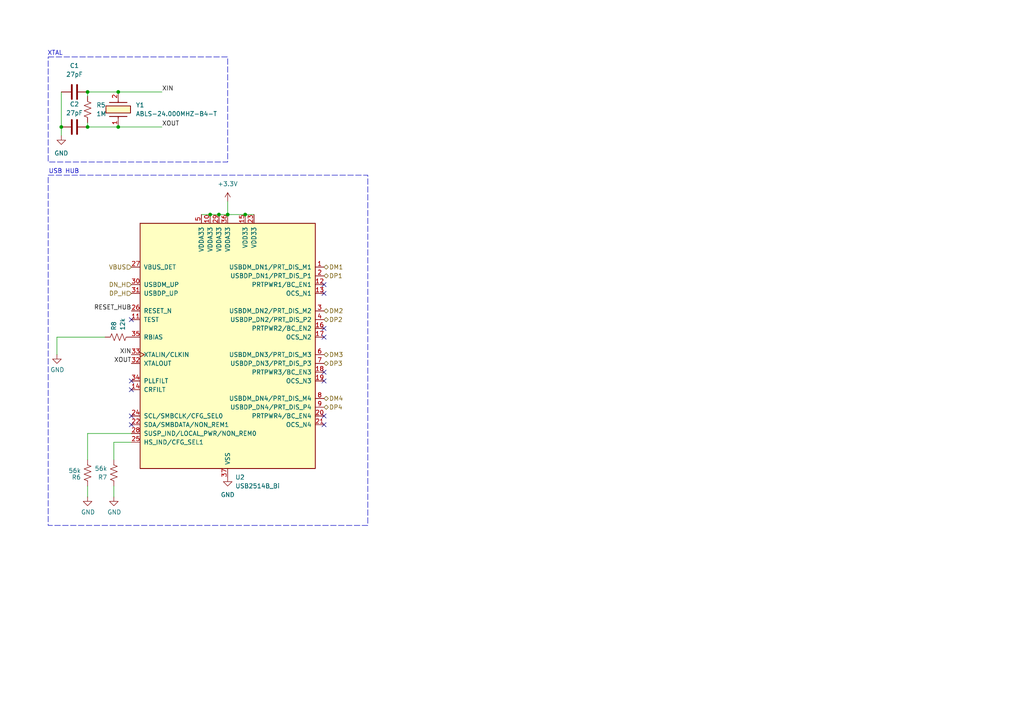
<source format=kicad_sch>
(kicad_sch (version 20231120) (generator "eeschema") (generator_version "8.0")
  (paper "A4")
  (lib_symbols
    (symbol "Device:C" (pin_numbers hide) (pin_names (offset 0.254))
      (property "Reference" "C" (at 0.635 2.54 0))
      (property "Value" "C" (at 0.635 -2.54 0))
      (symbol "C_0_1"
        (polyline (pts (xy -2.032 -0.762) (xy 2.032 -0.762)) (stroke (width 0.508)))
        (polyline (pts (xy -2.032 0.762) (xy 2.032 0.762)) (stroke (width 0.508)))
      )
      (symbol "C_1_1"
        (pin passive line (at 0 3.81 270) (length 2.794) (name "~") (number "1"))
        (pin passive line (at 0 -3.81 90) (length 2.794) (name "~") (number "2"))
      )
    )
    (symbol "Device:R_US" (pin_numbers hide) (pin_names (offset 0))
      (property "Reference" "R" (at 2.54 0 90))
      (property "Value" "R_US" (at -2.54 0 90))
      (symbol "R_US_0_1"
        (polyline (pts (xy 0 -2.286) (xy 0 -2.54)))
        (polyline (pts (xy 0 2.286) (xy 0 2.54)))
        (polyline (pts (xy 0 -0.762) (xy 1.016 -1.143) (xy 0 -1.524) (xy -1.016 -1.905) (xy 0 -2.286)))
        (polyline (pts (xy 0 0.762) (xy 1.016 0.381) (xy 0 0) (xy -1.016 -0.381) (xy 0 -0.762)))
        (polyline (pts (xy 0 2.286) (xy 1.016 1.905) (xy 0 1.524) (xy -1.016 1.143) (xy 0 0.762)))
      )
      (symbol "R_US_1_1"
        (pin passive line (at 0 3.81 270) (length 1.27) (name "~") (number "1"))
        (pin passive line (at 0 -3.81 90) (length 1.27) (name "~") (number "2"))
      )
    )
    (symbol "Interface_USB:USB2514B_Bi" (pin_names (offset 1.016))
      (property "Reference" "U" (at -17.78 40.64 0))
      (property "Value" "USB2514B_Bi" (at -20.32 38.1 0))
      (symbol "USB2514B_Bi_0_1"
        (rectangle (start -25.4 35.56) (end 25.4 -35.56) (stroke (width 0.254)) (fill (type background)))
      )
      (symbol "USB2514B_Bi_1_1"
        (pin bidirectional line (at 27.94 22.86 180) (length 2.54) (name "USBDM_DN1/PRT_DIS_M1") (number "1"))
        (pin power_in line (at -5.08 38.1 270) (length 2.54) (name "VDDA33") (number "10"))
        (pin input line (at -27.94 7.62 0) (length 2.54) (name "TEST") (number "11"))
        (pin bidirectional line (at 27.94 17.78 180) (length 2.54) (name "PRTPWR1/BC_EN1") (number "12"))
        (pin input line (at 27.94 15.24 180) (length 2.54) (name "OCS_N1") (number "13"))
        (pin input line (at -27.94 -12.7 0) (length 2.54) (name "CRFILT") (number "14"))
        (pin power_in line (at 5.08 38.1 270) (length 2.54) (name "VDD33") (number "15"))
        (pin bidirectional line (at 27.94 5.08 180) (length 2.54) (name "PRTPWR2/BC_EN2") (number "16"))
        (pin input line (at 27.94 2.54 180) (length 2.54) (name "OCS_N2") (number "17"))
        (pin bidirectional line (at 27.94 -7.62 180) (length 2.54) (name "PRTPWR3/BC_EN3") (number "18"))
        (pin input line (at 27.94 -10.16 180) (length 2.54) (name "OCS_N3") (number "19"))
        (pin bidirectional line (at 27.94 20.32 180) (length 2.54) (name "USBDP_DN1/PRT_DIS_P1") (number "2"))
        (pin bidirectional line (at 27.94 -20.32 180) (length 2.54) (name "PRTPWR4/BC_EN4") (number "20"))
        (pin input line (at 27.94 -22.86 180) (length 2.54) (name "OCS_N4") (number "21"))
        (pin bidirectional line (at -27.94 -22.86 0) (length 2.54) (name "SDA/SMBDATA/NON_REM1") (number "22"))
        (pin power_in line (at 7.62 38.1 270) (length 2.54) (name "VDD33") (number "23"))
        (pin bidirectional line (at -27.94 -20.32 0) (length 2.54) (name "SCL/SMBCLK/CFG_SEL0") (number "24"))
        (pin bidirectional line (at -27.94 -27.94 0) (length 2.54) (name "HS_IND/CFG_SEL1") (number "25"))
        (pin input line (at -27.94 10.16 0) (length 2.54) (name "RESET_N") (number "26"))
        (pin input line (at -27.94 22.86 0) (length 2.54) (name "VBUS_DET") (number "27"))
        (pin bidirectional line (at -27.94 -25.4 0) (length 2.54) (name "SUSP_IND/LOCAL_PWR/NON_REM0") (number "28"))
        (pin power_in line (at -2.54 38.1 270) (length 2.54) (name "VDDA33") (number "29"))
        (pin bidirectional line (at 27.94 10.16 180) (length 2.54) (name "USBDM_DN2/PRT_DIS_M2") (number "3"))
        (pin bidirectional line (at -27.94 17.78 0) (length 2.54) (name "USBDM_UP") (number "30"))
        (pin bidirectional line (at -27.94 15.24 0) (length 2.54) (name "USBDP_UP") (number "31"))
        (pin output line (at -27.94 -5.08 0) (length 2.54) (name "XTALOUT") (number "32"))
        (pin input clock (at -27.94 -2.54 0) (length 2.54) (name "XTALIN/CLKIN") (number "33"))
        (pin input line (at -27.94 -10.16 0) (length 2.54) (name "PLLFILT") (number "34"))
        (pin input line (at -27.94 2.54 0) (length 2.54) (name "RBIAS") (number "35"))
        (pin power_in line (at 0 38.1 270) (length 2.54) (name "VDDA33") (number "36"))
        (pin power_in line (at 0 -38.1 90) (length 2.54) (name "VSS") (number "37"))
        (pin bidirectional line (at 27.94 7.62 180) (length 2.54) (name "USBDP_DN2/PRT_DIS_P2") (number "4"))
        (pin power_in line (at -7.62 38.1 270) (length 2.54) (name "VDDA33") (number "5"))
        (pin bidirectional line (at 27.94 -2.54 180) (length 2.54) (name "USBDM_DN3/PRT_DIS_M3") (number "6"))
        (pin bidirectional line (at 27.94 -5.08 180) (length 2.54) (name "USBDP_DN3/PRT_DIS_P3") (number "7"))
        (pin bidirectional line (at 27.94 -15.24 180) (length 2.54) (name "USBDM_DN4/PRT_DIS_M4") (number "8"))
        (pin bidirectional line (at 27.94 -17.78 180) (length 2.54) (name "USBDP_DN4/PRT_DIS_P4") (number "9"))
      )
    )
    (symbol "SamacSys_Parts:ABLS-24.000MHZ-B4-T" (pin_names hide)
      (property "Reference" "Y" (at 8.89 6.35 0))
      (property "Value" "ABLS-24.000MHZ-B4-T" (at 8.89 3.81 0))
      (symbol "ABLS-24.000MHZ-B4-T_1_1"
        (polyline (pts (xy 3.048 0) (xy 2.54 0)) (stroke (width 0.254)))
        (polyline (pts (xy 3.048 2.54) (xy 3.048 -2.54)) (stroke (width 0.254)))
        (polyline (pts (xy 7.112 0) (xy 7.62 0)) (stroke (width 0.254)))
        (polyline (pts (xy 7.112 2.54) (xy 7.112 -2.54)) (stroke (width 0.254)))
        (rectangle (start 4.064 3.556) (end 6.096 -3.556) (stroke (width 0.254)) (fill (type background)))
        (pin passive line (at 0 0 0) (length 2.54) (name "1") (number "1"))
        (pin passive line (at 10.16 0 180) (length 2.54) (name "2") (number "2"))
      )
    )
    (symbol "power:+3.3V" (power) (pin_numbers hide) (pin_names (offset 0) hide)
      (property "Value" "+3.3V" (at 0 3.556 0))
      (symbol "+3.3V_0_1"
        (polyline (pts (xy -0.762 1.27) (xy 0 2.54)))
        (polyline (pts (xy 0 0) (xy 0 2.54)))
        (polyline (pts (xy 0 2.54) (xy 0.762 1.27)))
      )
      (symbol "+3.3V_1_1"
        (pin power_in line (at 0 0 90) (length 0) (name "~") (number "1"))
      )
    )
    (symbol "power:GND" (power) (pin_numbers hide) (pin_names (offset 0) hide)
      (property "Value" "GND" (at 0 -3.81 0))
      (symbol "GND_0_1"
        (polyline (pts (xy 0 0) (xy 0 -1.27) (xy 1.27 -1.27) (xy 0 -2.54) (xy -1.27 -1.27) (xy 0 -1.27)))
      )
      (symbol "GND_1_1"
        (pin power_in line (at 0 0 270) (length 0) (name "~") (number "1"))
      )
    )
  )
  (junction (at 25.4 36.83))
  (junction (at 34.29 26.67))
  (junction (at 60.96 62.23))
  (junction (at 66.04 62.23))
  (junction (at 63.5 62.23))
  (junction (at 34.29 36.83))
  (junction (at 17.78 36.83))
  (junction (at 25.4 26.67))
  (junction (at 71.12 62.23))
  (no_connect (at 93.98 110.49))
  (no_connect (at 93.98 82.55))
  (no_connect (at 93.98 97.79))
  (no_connect (at 93.98 107.95))
  (no_connect (at 38.1 113.03))
  (no_connect (at 93.98 95.25))
  (no_connect (at 38.1 120.65))
  (no_connect (at 93.98 123.19))
  (no_connect (at 93.98 120.65))
  (no_connect (at 38.1 123.19))
  (no_connect (at 38.1 110.49))
  (no_connect (at 38.1 92.71))
  (no_connect (at 93.98 85.09))
  (wire (pts (xy 25.4 35.56) (xy 25.4 36.83)))
  (wire (pts (xy 25.4 26.67) (xy 34.29 26.67)))
  (wire (pts (xy 33.02 128.27) (xy 38.1 128.27)))
  (wire (pts (xy 30.48 97.79) (xy 16.51 97.79)))
  (wire (pts (xy 25.4 125.73) (xy 38.1 125.73)))
  (wire (pts (xy 25.4 36.83) (xy 34.29 36.83)))
  (wire (pts (xy 66.04 62.23) (xy 71.12 62.23)))
  (wire (pts (xy 25.4 133.35) (xy 25.4 125.73)))
  (wire (pts (xy 60.96 62.23) (xy 63.5 62.23)))
  (wire (pts (xy 63.5 62.23) (xy 66.04 62.23)))
  (wire (pts (xy 71.12 62.23) (xy 73.66 62.23)))
  (wire (pts (xy 25.4 140.97) (xy 25.4 144.145)))
  (wire (pts (xy 34.29 26.67) (xy 46.99 26.67)))
  (wire (pts (xy 33.02 140.97) (xy 33.02 144.145)))
  (wire (pts (xy 25.4 26.67) (xy 25.4 27.94)))
  (wire (pts (xy 66.04 58.42) (xy 66.04 62.23)))
  (wire (pts (xy 17.78 26.67) (xy 17.78 36.83)))
  (wire (pts (xy 16.51 97.79) (xy 16.51 102.87)))
  (wire (pts (xy 58.42 62.23) (xy 60.96 62.23)))
  (wire (pts (xy 17.78 36.83) (xy 17.78 39.37)))
  (wire (pts (xy 33.02 128.27) (xy 33.02 133.35)))
  (wire (pts (xy 34.29 36.83) (xy 46.99 36.83)))
  (rectangle (start 13.97 16.51) (end 66.04 46.99) (stroke (width 0) (type dash)))
  (rectangle (start 13.97 50.8) (end 106.68 152.4) (stroke (width 0) (type dash)))
  (text "XTAL" (at 16.002 15.494 0) (effects (font (size 1.27 1.27))))
  (text "USB HUB" (at 18.542 49.784 0) (effects (font (size 1.27 1.27))))
  (label "XIN" (at 46.99 26.67 0))
  (label "XOUT" (at 46.99 36.83 0))
  (label "XIN" (at 38.1 102.87 180))
  (label "XOUT" (at 38.1 105.41 180))
  (label "RESET_HUB" (at 38.1 90.17 180))
  (hierarchical_label "DM2" (shape bidirectional) (at 93.98 90.17 0))
  (hierarchical_label "DP1" (shape bidirectional) (at 93.98 80.01 0))
  (hierarchical_label "DP3" (shape bidirectional) (at 93.98 105.41 0))
  (hierarchical_label "DM4" (shape bidirectional) (at 93.98 115.57 0))
  (hierarchical_label "DM1" (shape bidirectional) (at 93.98 77.47 0))
  (hierarchical_label "DP2" (shape bidirectional) (at 93.98 92.71 0))
  (hierarchical_label "DM3" (shape bidirectional) (at 93.98 102.87 0))
  (hierarchical_label "DN_H" (shape input) (at 38.1 82.55 180))
  (hierarchical_label "VBUS" (shape input) (at 38.1 77.47 180))
  (hierarchical_label "DP4" (shape bidirectional) (at 93.98 118.11 0))
  (hierarchical_label "DP_H" (shape input) (at 38.1 85.09 180))
  (symbol (lib_id "Interface_USB:USB2514B_Bi") (at 66.04 100.33 0) (unit 1)
    (property "Reference" "U2" (at 68.2341 138.43 0) (effects (justify left)))
    (property "Value" "USB2514B_Bi" (at 68.2341 140.97 0) (effects (justify left)))
    (property "Footprint" "Package_DFN_QFN:QFN-36-1EP_6x6mm_P0.5mm_EP3.7x3.7mm" (effects (hide yes)))
    (property "Datasheet" "http://ww1.microchip.com/downloads/en/DeviceDoc/00001692C.pdf" (effects (hide yes)))
    (property "Description" "USB 2.0 Hi-Speed Hub Controller" (effects (hide yes)))
  )
  (symbol (lib_id "power:GND") (at 25.4 144.145 0) (unit 1)
    (property "Reference" "#PWR09" (effects (hide yes)))
    (property "Value" "GND" (at 25.527 148.5392 0))
  )
  (symbol (lib_id "Device:C") (at 21.59 36.83 90) (unit 1)
    (property "Reference" "C2" (at 21.59 30.226 90))
    (property "Value" "27pF" (at 21.59 32.766 90))
    (property "Description" "Unpolarized capacitor" (effects (hide yes)))
  )
  (symbol (lib_id "power:GND") (at 17.78 39.37 0) (unit 1)
    (property "Reference" "#PWR06" (effects (hide yes)))
    (property "Value" "GND" (at 17.78 44.45 0))
    (property "Description" "Power symbol creates a global label with name \"GND\" , ground" (effects (hide yes)))
  )
  (symbol (lib_id "power:GND") (at 16.51 102.87 0) (unit 1)
    (property "Reference" "#PWR05" (effects (hide yes)))
    (property "Value" "GND" (at 16.637 107.2642 0))
  )
  (symbol (lib_id "Device:C") (at 21.59 26.67 90) (unit 1)
    (property "Reference" "C1" (at 21.59 19.05 90))
    (property "Value" "27pF" (at 21.59 21.59 90))
    (property "Description" "Unpolarized capacitor" (effects (hide yes)))
  )
  (symbol (lib_id "power:GND") (at 33.02 144.145 0) (unit 1)
    (property "Reference" "#PWR010" (effects (hide yes)))
    (property "Value" "GND" (at 33.147 148.5392 0))
  )
  (symbol (lib_id "power:+3.3V") (at 66.04 58.42 0) (unit 1)
    (property "Reference" "#PWR011" (effects (hide yes)))
    (property "Value" "+3.3V" (at 66.04 53.34 0))
    (property "Description" "Power symbol creates a global label with name \"+3.3V\"" (effects (hide yes)))
  )
  (symbol (lib_id "Device:R_US") (at 34.29 97.79 90) (unit 1)
    (property "Reference" "R8" (at 33.02 95.885 0) (effects (justify left)))
    (property "Value" "12k" (at 35.56 95.885 0) (effects (justify left)))
    (property "Footprint" "Resistor_SMD:R_0805_2012Metric_Pad1.15x1.40mm_HandSolder" (effects (hide yes)))
    (property "Description" "Resistor, US symbol" (effects (hide yes)))
  )
  (symbol (lib_id "Device:R_US") (at 33.02 137.16 180) (unit 1)
    (property "Reference" "R7" (at 31.115 138.43 0) (effects (justify left)))
    (property "Value" "56k" (at 31.115 135.89 0) (effects (justify left)))
    (property "Footprint" "Resistor_SMD:R_0805_2012Metric_Pad1.15x1.40mm_HandSolder" (effects (hide yes)))
    (property "Description" "Resistor, US symbol" (effects (hide yes)))
  )
  (symbol (lib_id "power:GND") (at 66.04 138.43 0) (unit 1)
    (property "Reference" "#PWR012" (effects (hide yes)))
    (property "Value" "GND" (at 66.04 143.51 0))
    (property "Description" "Power symbol creates a global label with name \"GND\" , ground" (effects (hide yes)))
  )
  (symbol (lib_id "SamacSys_Parts:ABLS-24.000MHZ-B4-T") (at 34.29 36.83 90) (unit 1)
    (property "Reference" "Y1" (at 39.37 30.4799 90) (effects (justify right)))
    (property "Value" "ABLS-24.000MHZ-B4-T" (at 39.37 33.0199 90) (effects (justify right)))
    (property "Footprint" "ABLS24000MHZB4T" (effects (hide yes)))
    (property "Datasheet" "https://abracon.com/Resonators/abls.pdf" (effects (hide yes)))
    (property "Description" "CRYSTAL 24.0000MHZ 18PF SMD 24 MHz +/-30ppm Crystal 18pF 40 Ohms HC-49/US" (effects (hide yes)))
    (property "Height" "4.2" (effects (hide yes)))
    (property "Mouser Part Number" "815-ABLS-24.0M-T" (effects (hide yes)))
    (property "Mouser Price/Stock" "https://www.mouser.co.uk/ProductDetail/ABRACON/ABLS-24.000MHZ-B4-T?qs=yTU0IcKoRlFmg5ISZhZAjw%3D%3D" (effects (hide yes)))
    (property "Manufacturer_Name" "ABRACON" (effects (hide yes)))
    (property "Manufacturer_Part_Number" "ABLS-24.000MHZ-B4-T" (effects (hide yes)))
  )
  (symbol (lib_id "Device:R_US") (at 25.4 31.75 0) (unit 1)
    (property "Reference" "R5" (at 27.94 30.4799 0) (effects (justify left)))
    (property "Value" "1M" (at 27.94 33.0199 0) (effects (justify left)))
    (property "Description" "Resistor, US symbol" (effects (hide yes)))
  )
  (symbol (lib_id "Device:R_US") (at 25.4 137.16 180) (unit 1)
    (property "Reference" "R6" (at 23.495 138.43 0) (effects (justify left)))
    (property "Value" "56k" (at 23.495 136.525 0) (effects (justify left)))
    (property "Footprint" "Resistor_SMD:R_0805_2012Metric_Pad1.15x1.40mm_HandSolder" (effects (hide yes)))
    (property "Description" "Resistor, US symbol" (effects (hide yes)))
  )
)
</source>
